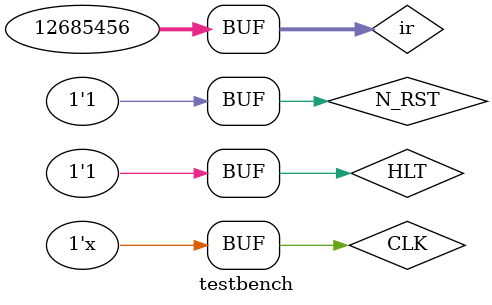
<source format=v>
`timescale 1ns / 1ps
`define f 0
`define r 1
`define x 2
`define m 3
`define w 4

module testbench;
	//input 
	reg CLK, N_RST, HLT;
	reg [31:0] ir;
	
	//output
	wire[4:0] phase;
	wire[2:0] ra1,ra2;
	wire[31:0] rd1,rd2;
	wire[31:0] dr;
	wire[2:0] wa;
	//instanciate
	phase_gen phase_gen_obj(HLT,phase,CLK,N_RST);
	ir_dec ir_dec_obj(phase, ir, ra1, ra2, CLK);
	register_file register_file_obj(phase, ra1, ra2, wa, rd1, rd2, wd, we, CLK, N_RST, rf);
	alu alu_obj(phase, ra1, ra2, rd1, rd2, dr, ir, we, wa, CLK);
	
	initial begin
	
		CLK = 0; N_RST = 0; HLT = 0;
		ir = 32'b 0000_0000_11_000_001_1001_0000_1001_0000;
		#100 N_RST = 1;
		
		#1000 HLT  = 1;
	end
	
	always begin
		#5 CLK = ~CLK;
	end
	
endmodule
		
</source>
